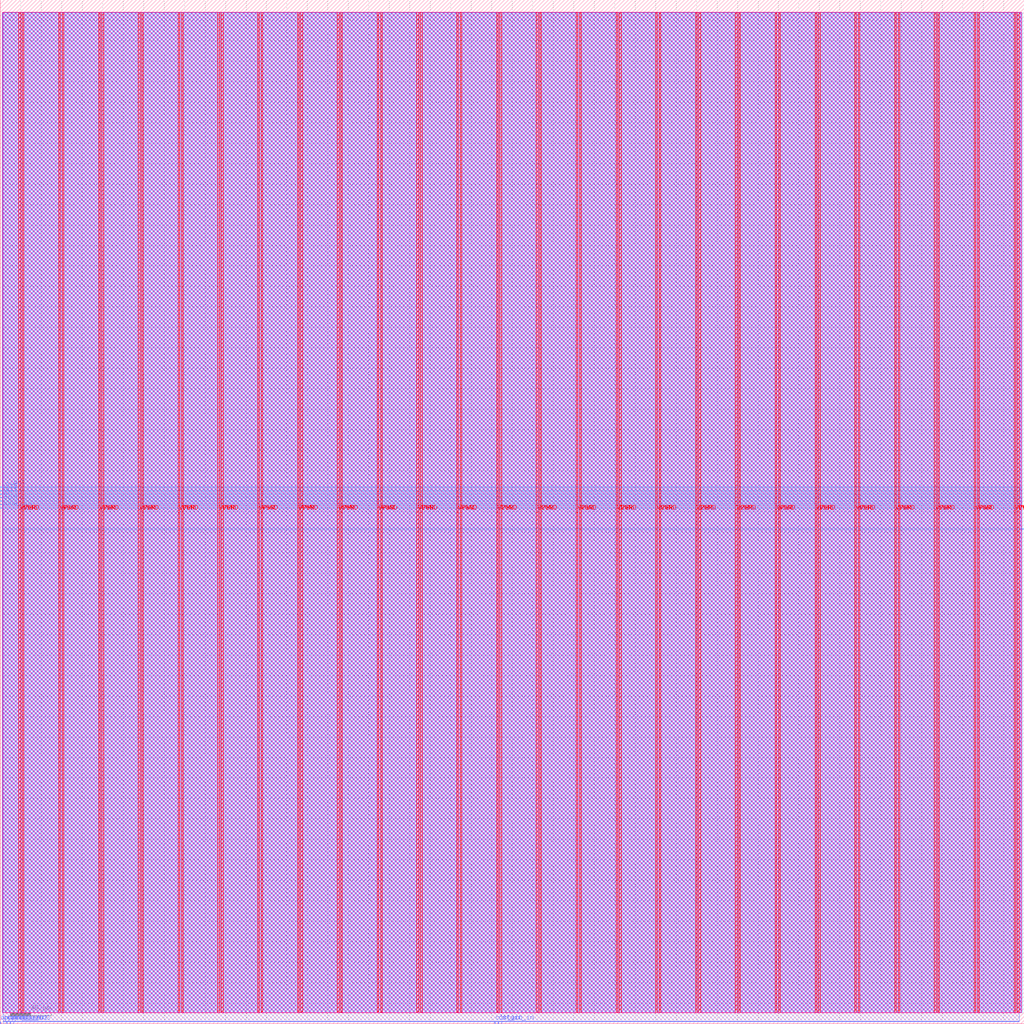
<source format=lef>
VERSION 5.7 ;
  NOWIREEXTENSIONATPIN ON ;
  DIVIDERCHAR "/" ;
  BUSBITCHARS "[]" ;
MACRO systolic_top_uart_4parallel_q8_24
  CLASS BLOCK ;
  FOREIGN systolic_top_uart_4parallel_q8_24 ;
  ORIGIN 0.000 0.000 ;
  SIZE 1000.000 BY 1000.000 ;
  PIN VGND
    DIRECTION INOUT ;
    USE GROUND ;
    PORT
      LAYER met4 ;
        RECT 21.580 10.640 23.180 987.600 ;
    END
    PORT
      LAYER met4 ;
        RECT 60.450 10.640 62.050 987.600 ;
    END
    PORT
      LAYER met4 ;
        RECT 99.320 10.640 100.920 987.600 ;
    END
    PORT
      LAYER met4 ;
        RECT 138.190 10.640 139.790 987.600 ;
    END
    PORT
      LAYER met4 ;
        RECT 177.060 10.640 178.660 987.600 ;
    END
    PORT
      LAYER met4 ;
        RECT 215.930 10.640 217.530 987.600 ;
    END
    PORT
      LAYER met4 ;
        RECT 254.800 10.640 256.400 987.600 ;
    END
    PORT
      LAYER met4 ;
        RECT 293.670 10.640 295.270 987.600 ;
    END
    PORT
      LAYER met4 ;
        RECT 332.540 10.640 334.140 987.600 ;
    END
    PORT
      LAYER met4 ;
        RECT 371.410 10.640 373.010 987.600 ;
    END
    PORT
      LAYER met4 ;
        RECT 410.280 10.640 411.880 987.600 ;
    END
    PORT
      LAYER met4 ;
        RECT 449.150 10.640 450.750 987.600 ;
    END
    PORT
      LAYER met4 ;
        RECT 488.020 10.640 489.620 987.600 ;
    END
    PORT
      LAYER met4 ;
        RECT 526.890 10.640 528.490 987.600 ;
    END
    PORT
      LAYER met4 ;
        RECT 565.760 10.640 567.360 987.600 ;
    END
    PORT
      LAYER met4 ;
        RECT 604.630 10.640 606.230 987.600 ;
    END
    PORT
      LAYER met4 ;
        RECT 643.500 10.640 645.100 987.600 ;
    END
    PORT
      LAYER met4 ;
        RECT 682.370 10.640 683.970 987.600 ;
    END
    PORT
      LAYER met4 ;
        RECT 721.240 10.640 722.840 987.600 ;
    END
    PORT
      LAYER met4 ;
        RECT 760.110 10.640 761.710 987.600 ;
    END
    PORT
      LAYER met4 ;
        RECT 798.980 10.640 800.580 987.600 ;
    END
    PORT
      LAYER met4 ;
        RECT 837.850 10.640 839.450 987.600 ;
    END
    PORT
      LAYER met4 ;
        RECT 876.720 10.640 878.320 987.600 ;
    END
    PORT
      LAYER met4 ;
        RECT 915.590 10.640 917.190 987.600 ;
    END
    PORT
      LAYER met4 ;
        RECT 954.460 10.640 956.060 987.600 ;
    END
    PORT
      LAYER met4 ;
        RECT 993.330 10.640 994.930 987.600 ;
    END
  END VGND
  PIN VPWR
    DIRECTION INOUT ;
    USE POWER ;
    PORT
      LAYER met4 ;
        RECT 18.280 10.640 19.880 987.600 ;
    END
    PORT
      LAYER met4 ;
        RECT 57.150 10.640 58.750 987.600 ;
    END
    PORT
      LAYER met4 ;
        RECT 96.020 10.640 97.620 987.600 ;
    END
    PORT
      LAYER met4 ;
        RECT 134.890 10.640 136.490 987.600 ;
    END
    PORT
      LAYER met4 ;
        RECT 173.760 10.640 175.360 987.600 ;
    END
    PORT
      LAYER met4 ;
        RECT 212.630 10.640 214.230 987.600 ;
    END
    PORT
      LAYER met4 ;
        RECT 251.500 10.640 253.100 987.600 ;
    END
    PORT
      LAYER met4 ;
        RECT 290.370 10.640 291.970 987.600 ;
    END
    PORT
      LAYER met4 ;
        RECT 329.240 10.640 330.840 987.600 ;
    END
    PORT
      LAYER met4 ;
        RECT 368.110 10.640 369.710 987.600 ;
    END
    PORT
      LAYER met4 ;
        RECT 406.980 10.640 408.580 987.600 ;
    END
    PORT
      LAYER met4 ;
        RECT 445.850 10.640 447.450 987.600 ;
    END
    PORT
      LAYER met4 ;
        RECT 484.720 10.640 486.320 987.600 ;
    END
    PORT
      LAYER met4 ;
        RECT 523.590 10.640 525.190 987.600 ;
    END
    PORT
      LAYER met4 ;
        RECT 562.460 10.640 564.060 987.600 ;
    END
    PORT
      LAYER met4 ;
        RECT 601.330 10.640 602.930 987.600 ;
    END
    PORT
      LAYER met4 ;
        RECT 640.200 10.640 641.800 987.600 ;
    END
    PORT
      LAYER met4 ;
        RECT 679.070 10.640 680.670 987.600 ;
    END
    PORT
      LAYER met4 ;
        RECT 717.940 10.640 719.540 987.600 ;
    END
    PORT
      LAYER met4 ;
        RECT 756.810 10.640 758.410 987.600 ;
    END
    PORT
      LAYER met4 ;
        RECT 795.680 10.640 797.280 987.600 ;
    END
    PORT
      LAYER met4 ;
        RECT 834.550 10.640 836.150 987.600 ;
    END
    PORT
      LAYER met4 ;
        RECT 873.420 10.640 875.020 987.600 ;
    END
    PORT
      LAYER met4 ;
        RECT 912.290 10.640 913.890 987.600 ;
    END
    PORT
      LAYER met4 ;
        RECT 951.160 10.640 952.760 987.600 ;
    END
    PORT
      LAYER met4 ;
        RECT 990.030 10.640 991.630 987.600 ;
    END
  END VPWR
  PIN busy_out
    DIRECTION OUTPUT ;
    USE SIGNAL ;
    ANTENNADIFFAREA 0.891000 ;
    PORT
      LAYER met3 ;
        RECT 998.000 482.840 1000.000 483.440 ;
    END
  END busy_out
  PIN clk_in
    DIRECTION INPUT ;
    USE SIGNAL ;
    ANTENNAGATEAREA 0.196500 ;
    PORT
      LAYER met2 ;
        RECT 483.090 0.000 483.370 2.000 ;
    END
  END clk_in
  PIN done_out
    DIRECTION OUTPUT ;
    USE SIGNAL ;
    ANTENNADIFFAREA 0.445500 ;
    PORT
      LAYER met3 ;
        RECT 0.000 503.240 2.000 503.840 ;
    END
  END done_out
  PIN opcode_in0
    DIRECTION INPUT ;
    USE SIGNAL ;
    PORT
      LAYER met2 ;
        RECT 0.090 0.000 0.370 2.000 ;
    END
  END opcode_in0
  PIN opcode_in1
    DIRECTION INPUT ;
    USE SIGNAL ;
    PORT
      LAYER met2 ;
        RECT 3.310 0.000 3.590 2.000 ;
    END
  END opcode_in1
  PIN opcode_in2
    DIRECTION INPUT ;
    USE SIGNAL ;
    PORT
      LAYER met2 ;
        RECT 6.530 0.000 6.810 2.000 ;
    END
  END opcode_in2
  PIN opcode_in3
    DIRECTION INPUT ;
    USE SIGNAL ;
    PORT
      LAYER met2 ;
        RECT 9.750 0.000 10.030 2.000 ;
    END
  END opcode_in3
  PIN out4
    DIRECTION OUTPUT ;
    USE SIGNAL ;
    ANTENNADIFFAREA 0.445500 ;
    PORT
      LAYER met3 ;
        RECT 0.000 513.440 2.000 514.040 ;
    END
  END out4
  PIN out5
    DIRECTION OUTPUT ;
    USE SIGNAL ;
    ANTENNADIFFAREA 0.445500 ;
    PORT
      LAYER met3 ;
        RECT 0.000 516.840 2.000 517.440 ;
    END
  END out5
  PIN out6
    DIRECTION OUTPUT ;
    USE SIGNAL ;
    ANTENNADIFFAREA 0.445500 ;
    PORT
      LAYER met3 ;
        RECT 0.000 520.240 2.000 520.840 ;
    END
  END out6
  PIN out7
    DIRECTION OUTPUT ;
    USE SIGNAL ;
    ANTENNADIFFAREA 0.445500 ;
    PORT
      LAYER met3 ;
        RECT 0.000 506.640 2.000 507.240 ;
    END
  END out7
  PIN out8
    DIRECTION OUTPUT ;
    USE SIGNAL ;
    ANTENNADIFFAREA 0.445500 ;
    PORT
      LAYER met3 ;
        RECT 0.000 510.040 2.000 510.640 ;
    END
  END out8
  PIN rst_in
    DIRECTION INPUT ;
    USE SIGNAL ;
    ANTENNAGATEAREA 0.126000 ;
    PORT
      LAYER met2 ;
        RECT 486.310 0.000 486.590 2.000 ;
    END
  END rst_in
  PIN rx_out
    DIRECTION OUTPUT ;
    USE SIGNAL ;
    ANTENNADIFFAREA 0.445500 ;
    PORT
      LAYER met3 ;
        RECT 0.000 523.640 2.000 524.240 ;
    END
  END rx_out
  PIN start_in
    DIRECTION INPUT ;
    USE SIGNAL ;
    ANTENNAGATEAREA 0.196500 ;
    PORT
      LAYER met2 ;
        RECT 489.530 0.000 489.810 2.000 ;
    END
  END start_in
  PIN tx_in
    DIRECTION INPUT ;
    USE SIGNAL ;
    PORT
      LAYER met2 ;
        RECT 12.970 0.000 13.250 2.000 ;
    END
  END tx_in
  OBS
      LAYER nwell ;
        RECT 2.570 10.795 997.010 987.550 ;
      LAYER li1 ;
        RECT 2.760 10.795 996.820 987.445 ;
      LAYER met1 ;
        RECT 2.760 10.640 996.820 987.600 ;
      LAYER met2 ;
        RECT 2.850 2.280 994.900 987.545 ;
        RECT 2.850 2.000 3.030 2.280 ;
        RECT 3.870 2.000 6.250 2.280 ;
        RECT 7.090 2.000 9.470 2.280 ;
        RECT 10.310 2.000 12.690 2.280 ;
        RECT 13.530 2.000 482.810 2.280 ;
        RECT 483.650 2.000 486.030 2.280 ;
        RECT 486.870 2.000 489.250 2.280 ;
        RECT 490.090 2.000 994.900 2.280 ;
      LAYER met3 ;
        RECT 2.000 524.640 998.000 987.525 ;
        RECT 2.400 523.240 998.000 524.640 ;
        RECT 2.000 521.240 998.000 523.240 ;
        RECT 2.400 519.840 998.000 521.240 ;
        RECT 2.000 517.840 998.000 519.840 ;
        RECT 2.400 516.440 998.000 517.840 ;
        RECT 2.000 514.440 998.000 516.440 ;
        RECT 2.400 513.040 998.000 514.440 ;
        RECT 2.000 511.040 998.000 513.040 ;
        RECT 2.400 509.640 998.000 511.040 ;
        RECT 2.000 507.640 998.000 509.640 ;
        RECT 2.400 506.240 998.000 507.640 ;
        RECT 2.000 504.240 998.000 506.240 ;
        RECT 2.400 502.840 998.000 504.240 ;
        RECT 2.000 483.840 998.000 502.840 ;
        RECT 2.000 482.440 997.600 483.840 ;
        RECT 2.000 10.715 998.000 482.440 ;
  END
END systolic_top_uart_4parallel_q8_24
END LIBRARY


</source>
